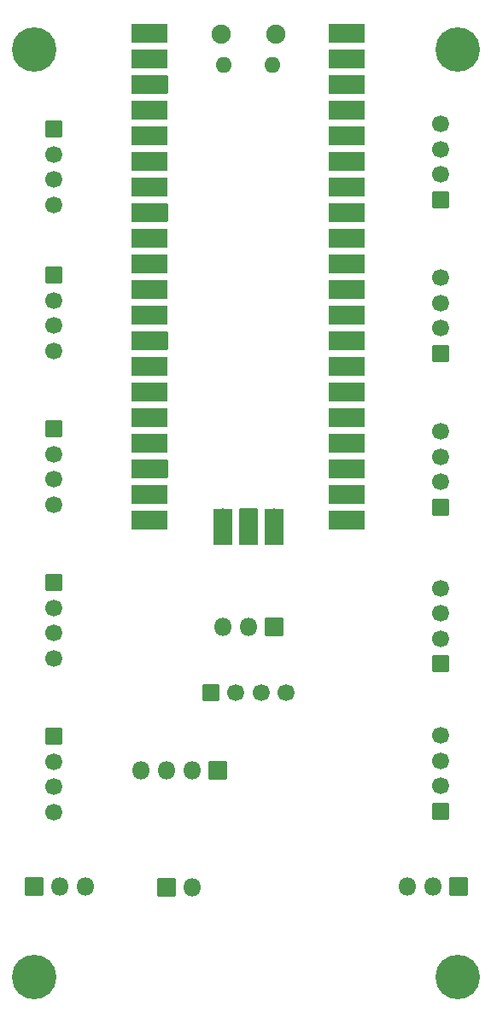
<source format=gbr>
G04 #@! TF.GenerationSoftware,KiCad,Pcbnew,(6.0.1)*
G04 #@! TF.CreationDate,2022-02-21T22:15:09-08:00*
G04 #@! TF.ProjectId,pico-pcb,7069636f-2d70-4636-922e-6b696361645f,rev?*
G04 #@! TF.SameCoordinates,Original*
G04 #@! TF.FileFunction,Soldermask,Top*
G04 #@! TF.FilePolarity,Negative*
%FSLAX46Y46*%
G04 Gerber Fmt 4.6, Leading zero omitted, Abs format (unit mm)*
G04 Created by KiCad (PCBNEW (6.0.1)) date 2022-02-21 22:15:09*
%MOMM*%
%LPD*%
G01*
G04 APERTURE LIST*
G04 Aperture macros list*
%AMRoundRect*
0 Rectangle with rounded corners*
0 $1 Rounding radius*
0 $2 $3 $4 $5 $6 $7 $8 $9 X,Y pos of 4 corners*
0 Add a 4 corners polygon primitive as box body*
4,1,4,$2,$3,$4,$5,$6,$7,$8,$9,$2,$3,0*
0 Add four circle primitives for the rounded corners*
1,1,$1+$1,$2,$3*
1,1,$1+$1,$4,$5*
1,1,$1+$1,$6,$7*
1,1,$1+$1,$8,$9*
0 Add four rect primitives between the rounded corners*
20,1,$1+$1,$2,$3,$4,$5,0*
20,1,$1+$1,$4,$5,$6,$7,0*
20,1,$1+$1,$6,$7,$8,$9,0*
20,1,$1+$1,$8,$9,$2,$3,0*%
G04 Aperture macros list end*
%ADD10RoundRect,0.051000X-0.795000X0.795000X-0.795000X-0.795000X0.795000X-0.795000X0.795000X0.795000X0*%
%ADD11C,1.692000*%
%ADD12RoundRect,0.051000X0.795000X-0.795000X0.795000X0.795000X-0.795000X0.795000X-0.795000X-0.795000X0*%
%ADD13RoundRect,0.051000X-0.795000X-0.795000X0.795000X-0.795000X0.795000X0.795000X-0.795000X0.795000X0*%
%ADD14O,1.802000X1.802000*%
%ADD15RoundRect,0.051000X0.850000X-1.750000X0.850000X1.750000X-0.850000X1.750000X-0.850000X-1.750000X0*%
%ADD16RoundRect,0.051000X-0.850000X-0.850000X0.850000X-0.850000X0.850000X0.850000X-0.850000X0.850000X0*%
%ADD17RoundRect,0.051000X-1.750000X-0.850000X1.750000X-0.850000X1.750000X0.850000X-1.750000X0.850000X0*%
%ADD18O,1.602000X1.602000*%
%ADD19O,1.902000X1.902000*%
%ADD20RoundRect,0.051000X-0.850000X0.850000X-0.850000X-0.850000X0.850000X-0.850000X0.850000X0.850000X0*%
%ADD21RoundRect,0.051000X0.850000X-0.850000X0.850000X0.850000X-0.850000X0.850000X-0.850000X-0.850000X0*%
%ADD22C,4.402000*%
G04 APERTURE END LIST*
D10*
X155956000Y-41910000D03*
D11*
X155956000Y-44410000D03*
X155956000Y-46910000D03*
X155956000Y-49410000D03*
D10*
X155956000Y-56388000D03*
D11*
X155956000Y-58888000D03*
X155956000Y-61388000D03*
X155956000Y-63888000D03*
D10*
X155956000Y-71628000D03*
D11*
X155956000Y-74128000D03*
X155956000Y-76628000D03*
X155956000Y-79128000D03*
D10*
X155956000Y-86868000D03*
D11*
X155956000Y-89368000D03*
X155956000Y-91868000D03*
X155956000Y-94368000D03*
D10*
X155973000Y-102108000D03*
D11*
X155973000Y-104608000D03*
X155973000Y-107108000D03*
X155973000Y-109608000D03*
D12*
X194293000Y-48895000D03*
D11*
X194293000Y-46395000D03*
X194293000Y-43895000D03*
X194293000Y-41395000D03*
D12*
X194293000Y-64135000D03*
D11*
X194293000Y-61635000D03*
X194293000Y-59135000D03*
X194293000Y-56635000D03*
D12*
X194293000Y-79375000D03*
D11*
X194293000Y-76875000D03*
X194293000Y-74375000D03*
X194293000Y-71875000D03*
D12*
X194310000Y-94922500D03*
D11*
X194310000Y-92422500D03*
X194310000Y-89922500D03*
X194310000Y-87422500D03*
D12*
X194310000Y-109527500D03*
D11*
X194310000Y-107027500D03*
X194310000Y-104527500D03*
X194310000Y-102027500D03*
X179023500Y-97773000D03*
X176523500Y-97773000D03*
X174023500Y-97773000D03*
D13*
X171523500Y-97773000D03*
D14*
X177800000Y-80415000D03*
D15*
X177800000Y-81315000D03*
D16*
X175260000Y-80415000D03*
D15*
X175260000Y-81315000D03*
X172720000Y-81315000D03*
D14*
X172720000Y-80415000D03*
X184150000Y-32385000D03*
D17*
X185050000Y-32385000D03*
D14*
X184150000Y-34925000D03*
D17*
X185050000Y-34925000D03*
D16*
X184150000Y-37465000D03*
D17*
X185050000Y-37465000D03*
X185050000Y-40005000D03*
D14*
X184150000Y-40005000D03*
D17*
X185050000Y-42545000D03*
D14*
X184150000Y-42545000D03*
D17*
X185050000Y-45085000D03*
D14*
X184150000Y-45085000D03*
D17*
X185050000Y-47625000D03*
D14*
X184150000Y-47625000D03*
D16*
X184150000Y-50165000D03*
D17*
X185050000Y-50165000D03*
D14*
X184150000Y-52705000D03*
D17*
X185050000Y-52705000D03*
X185050000Y-55245000D03*
D14*
X184150000Y-55245000D03*
D17*
X185050000Y-57785000D03*
D14*
X184150000Y-57785000D03*
D17*
X185050000Y-60325000D03*
D14*
X184150000Y-60325000D03*
D16*
X184150000Y-62865000D03*
D17*
X185050000Y-62865000D03*
D14*
X184150000Y-65405000D03*
D17*
X185050000Y-65405000D03*
X185050000Y-67945000D03*
D14*
X184150000Y-67945000D03*
D17*
X185050000Y-70485000D03*
D14*
X184150000Y-70485000D03*
X184150000Y-73025000D03*
D17*
X185050000Y-73025000D03*
D16*
X184150000Y-75565000D03*
D17*
X185050000Y-75565000D03*
D14*
X184150000Y-78105000D03*
D17*
X185050000Y-78105000D03*
D14*
X184150000Y-80645000D03*
D17*
X185050000Y-80645000D03*
X165470000Y-80645000D03*
D14*
X166370000Y-80645000D03*
X166370000Y-78105000D03*
D17*
X165470000Y-78105000D03*
X165470000Y-75565000D03*
D16*
X166370000Y-75565000D03*
D17*
X165470000Y-73025000D03*
D14*
X166370000Y-73025000D03*
X166370000Y-70485000D03*
D17*
X165470000Y-70485000D03*
X165470000Y-67945000D03*
D14*
X166370000Y-67945000D03*
X166370000Y-65405000D03*
D17*
X165470000Y-65405000D03*
X165470000Y-62865000D03*
D16*
X166370000Y-62865000D03*
D14*
X166370000Y-60325000D03*
D17*
X165470000Y-60325000D03*
X165470000Y-57785000D03*
D14*
X166370000Y-57785000D03*
D17*
X165470000Y-55245000D03*
D14*
X166370000Y-55245000D03*
X166370000Y-52705000D03*
D17*
X165470000Y-52705000D03*
D16*
X166370000Y-50165000D03*
D17*
X165470000Y-50165000D03*
D14*
X166370000Y-47625000D03*
D17*
X165470000Y-47625000D03*
D14*
X166370000Y-45085000D03*
D17*
X165470000Y-45085000D03*
D14*
X166370000Y-42545000D03*
D17*
X165470000Y-42545000D03*
D14*
X166370000Y-40005000D03*
D17*
X165470000Y-40005000D03*
X165470000Y-37465000D03*
D16*
X166370000Y-37465000D03*
D14*
X166370000Y-34925000D03*
D17*
X165470000Y-34925000D03*
D14*
X166370000Y-32385000D03*
D17*
X165470000Y-32385000D03*
D18*
X177685000Y-35545000D03*
D19*
X172535000Y-32515000D03*
D18*
X172835000Y-35545000D03*
D19*
X177985000Y-32515000D03*
D20*
X196088000Y-116967000D03*
D14*
X193548000Y-116967000D03*
X191008000Y-116967000D03*
D21*
X154051000Y-117030500D03*
D14*
X156591000Y-117030500D03*
X159131000Y-117030500D03*
D21*
X167152000Y-117069000D03*
D14*
X169692000Y-117069000D03*
D20*
X177800000Y-91211000D03*
D14*
X175260000Y-91211000D03*
X172720000Y-91211000D03*
D20*
X172202000Y-105435000D03*
D14*
X169662000Y-105435000D03*
X167122000Y-105435000D03*
X164582000Y-105435000D03*
D22*
X154000000Y-34000000D03*
X154000000Y-126000000D03*
X196000000Y-34000000D03*
X196000000Y-126000000D03*
M02*

</source>
